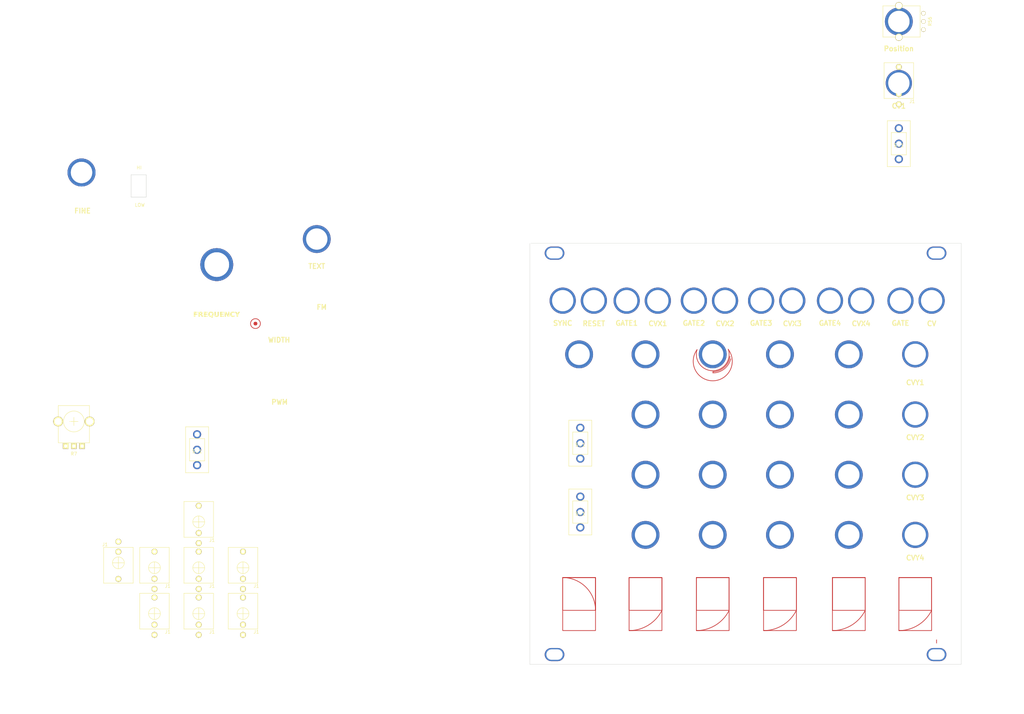
<source format=kicad_pcb>
(kicad_pcb (version 20241229) (generator "pcbnew") (generator_version "9.0")
  (layers (0 "F.Cu" signal) (2 "B.Cu" signal) (13 "F.Paste" user) (15 "B.Paste" user) (5 "F.SilkS" user "F.Silkscreen") (7 "B.SilkS" user "B.Silkscreen") (1 "F.Mask" user) (3 "B.Mask" user) (25 "Edge.Cuts" user))
  (net 0 "")
  (net 1 "-5v")
  (net 2 "Net-(R15-Pad1)")
  (net 3 "5v")
  (net 4 "GNDREF")
  (net 5 "IN1")
  (net 6 "Net-(C1-Pad2)")
  (footprint "Eurocad:jack_pot" (layer "F.Cu") (at 59.5 17.5)
    (property "Reference" "REF**" (hide yes))
    (property "Value" "jack_pot")
    (pad "1" thru_hole circle (at 0 0) (size 8 8) (drill 6.5) (layers "*.Cu" "*.Mask"))
  )
  (footprint "Eurocad:mounting_hole_copy" (layer "F.Cu") (at 7.5 125.5)
    (property "Reference" "REF**" (hide yes))
    (property "Value" "mounting_hole")
    (pad "1" thru_hole oval (at 0 0) (size 6 4) (drill oval 5 3.2) (layers "*.Cu" "*.Mask"))
  )
  (footprint "Eurocad:jack_pot" (layer "F.Cu") (at 97.25 70.616666 -90)
    (property "Reference" "REF**" (hide yes))
    (property "Value" "jack_pot" (hide yes))
    (pad "" thru_hole circle (at 0 0 270) (size 8.5 8.5) (drill 6.5) (layers "*.Cu" "*.Mask"))
  )
  (footprint "Eurocad:jack_pot" (layer "F.Cu") (at 117.5 70.616666)
    (property "Reference" "REF**" (hide yes))
    (property "Value" "jack_pot")
    (pad "1" thru_hole circle (at 0 0) (size 8 8) (drill 6.5) (layers "*.Cu" "*.Mask"))
  )
  (footprint "Eurocad:jack_pot" (layer "F.Cu") (at 55.75 33.883333 -90)
    (property "Reference" "REF**" (hide yes))
    (property "Value" "jack_pot" (hide yes))
    (pad "" thru_hole circle (at 0 0 270) (size 8.5 8.5) (drill 6.5) (layers "*.Cu" "*.Mask"))
  )
  (footprint "Eurocad:jack_pot" (layer "F.Cu") (at 117.5 33.883333)
    (property "Reference" "REF**" (hide yes))
    (property "Value" "jack_pot")
    (pad "1" thru_hole circle (at 0 0) (size 8 8) (drill 6.5) (layers "*.Cu" "*.Mask"))
  )
  (footprint "Eurocad:jack_pot" (layer "F.Cu") (at 55.75 52.25 -90)
    (property "Reference" "REF**" (hide yes))
    (property "Value" "jack_pot" (hide yes))
    (pad "" thru_hole circle (at 0 0 270) (size 8.5 8.5) (drill 6.5) (layers "*.Cu" "*.Mask"))
  )
  (footprint "Eurocad:Alpha9mmPot" (layer "F.Cu") (at 112.5 -67.7 90)
    (property "Reference" "R56" (at 0 9.5 90) (layer "F.SilkS"))
    (property "Value" "potentiometer")
    (fp_line (start 4.75 -4.85) (end 4.75 6.5) (stroke (width 0.15)) (layer "F.SilkS"))
    (fp_line (start -4.75 -4.85) (end 4.75 -4.85) (stroke (width 0.15)) (layer "F.SilkS"))
    (fp_line (start -4.75 -4.85) (end -4.75 6.5) (stroke (width 0.15)) (layer "F.SilkS"))
    (fp_line (start 0 -1.27) (end 0 1.27) (stroke (width 0.15)) (layer "F.SilkS"))
    (fp_line (start -1.27 0) (end 1.27 0) (stroke (width 0.15)) (layer "F.SilkS"))
    (fp_line (start -4.75 6.5) (end 4.75 6.5) (stroke (width 0.15)) (layer "F.SilkS"))
    (fp_circle (center 0 0) (end 3.175 0) (stroke (width 0.15)) (fill no) (layer "F.SilkS"))
    (pad "" thru_hole circle (at -4.8 0 90) (size 2.2 2.2) (drill 1.8) (layers "*.Cu" "*.Mask" "F.SilkS"))
    (pad "" thru_hole circle (at 4.8 0 90) (size 2.2 2.2) (drill 1.8) (layers "*.Cu" "*.Mask" "F.SilkS"))
    (pad "1" thru_hole circle (at -2.5 7.5 90) (size 1.3 1.3) (drill 1) (layers "*.Cu" "*.Mask" "F.SilkS") (net 1 "-5v"))
    (pad "2" thru_hole circle (at 0 7.5 90) (size 1.3 1.3) (drill 1) (layers "*.Cu" "*.Mask" "F.SilkS") (net 2 "Net-(R15-Pad1)"))
    (pad "3" thru_hole circle (at 2.5 7.5 90) (size 1.3 1.3) (drill 1) (layers "*.Cu" "*.Mask" "F.SilkS") (net 3 "5v"))
  )
  (footprint "Eurocad:jack_pot" (layer "F.Cu") (at 97.25 88.983333 -90)
    (property "Reference" "REF**" (hide yes))
    (property "Value" "jack_pot" (hide yes))
    (pad "" thru_hole circle (at 0 0 270) (size 8.5 8.5) (drill 6.5) (layers "*.Cu" "*.Mask"))
  )
  (footprint "Eurocad:jack_pot" (layer "F.Cu") (at 80 17.5)
    (property "Reference" "REF**" (hide yes))
    (property "Value" "jack_pot")
    (pad "1" thru_hole circle (at 0 0) (size 8 8) (drill 6.5) (layers "*.Cu" "*.Mask"))
  )
  (footprint "scannerFilter:NKK-Switch-1pole" (layer "F.Cu") (at 112.5 -30.4)
    (property "Reference" "SW1" (at 0 0.5 0) (layer "F.SilkS"))
    (property "Value" "NKK-Switches")
    (fp_line (start -3.5 -7) (end -3.5 7) (stroke (width 0.15)) (layer "F.SilkS"))
    (fp_line (start -3.5 7) (end 3.5 7) (stroke (width 0.15)) (layer "F.SilkS"))
    (fp_line (start -2.3 -3.4) (end 2.3 -3.4) (stroke (width 0.15)) (layer "F.SilkS"))
    (fp_line (start -2.3 3.4) (end -2.3 -3.4) (stroke (width 0.15)) (layer "F.SilkS"))
    (fp_line (start 2.3 -3.4) (end 2.3 3.4) (stroke (width 0.15)) (layer "F.SilkS"))
    (fp_line (start 2.3 3.4) (end -2.3 3.4) (stroke (width 0.15)) (layer "F.SilkS"))
    (fp_line (start 3.5 -7) (end -3.5 -7) (stroke (width 0.15)) (layer "F.SilkS"))
    (fp_line (start 3.5 7) (end 3.5 -7) (stroke (width 0.15)) (layer "F.SilkS"))
    (pad "1" thru_hole circle (at 0 -4.7) (size 2.5 2.5) (drill 1.6) (layers "*.Cu" "*.Mask"))
    (pad "2" thru_hole circle (at 0 0) (size 2.5 2.5) (drill 1.6) (layers "*.Cu" "*.Mask"))
    (pad "3" thru_hole circle (at 0 4.7) (size 2.5 2.5) (drill 1.6) (layers "*.Cu" "*.Mask"))
  )
  (footprint "Eurocad:mounting_hole_copy" (layer "F.Cu") (at 7.5 3)
    (property "Reference" "REF**" (hide yes))
    (property "Value" "mounting_hole")
    (pad "1" thru_hole oval (at 0 0) (size 6 4) (drill oval 5 3.2) (layers "*.Cu" "*.Mask"))
  )
  (footprint "Eurocad:mounting_hole_copy" (layer "F.Cu") (at 124 125.5)
    (property "Reference" "REF**" (hide yes))
    (property "Value" "mounting_hole")
    (pad "1" thru_hole oval (at 0 0) (size 6 4) (drill oval 5 3.2) (layers "*.Cu" "*.Mask"))
  )
  (footprint "Eurocad:jack_pot" (layer "F.Cu") (at 10 17.5)
    (property "Reference" "REF**" (hide yes))
    (property "Value" "jack_pot" (hide yes))
    (pad "1" thru_hole circle (at 0 0) (size 8 8) (drill 6.5) (layers "*.Cu" "*.Mask"))
  )
  (footprint "Eurocad:pot_hole_7.5mm" (layer "F.Cu") (at -95.5 6.5)
    (property "Reference" "REF**" (hide yes))
    (property "Value" "pot_hole_7.5mm" (hide yes))
    (pad "1" thru_hole circle (at 0 0) (size 10 10) (drill 7.5) (layers "*.Cu" "*.Mask"))
  )
  (footprint "Eurocad:jack_pot" (layer "F.Cu") (at 15 33.883333 -90)
    (property "Reference" "REF**" (hide yes))
    (property "Value" "jack_pot" (hide yes))
    (pad "" thru_hole circle (at 0 0 270) (size 8.5 8.5) (drill 6.5) (layers "*.Cu" "*.Mask"))
  )
  (footprint "Eurocad:PJ301M-12" (layer "F.Cu") (at -114.5 113)
    (property "Reference" "J1" (at 4.064 5.588 0) (layer "F.SilkS"))
    (property "Value" "PJ301M-12")
    (fp_line (start -4.5 -6.2) (end -4.5 4.7) (stroke (width 0.15)) (layer "F.SilkS"))
    (fp_line (start -4.5 -6.2) (end 4.5 -6.2) (stroke (width 0.15)) (layer "F.SilkS"))
    (fp_line (start -4.5 4.7) (end 4.5 4.7) (stroke (width 0.15)) (layer "F.SilkS"))
    (fp_line (start -1.8 0) (end 1.8 0) (stroke (width 0.15)) (layer "F.SilkS"))
    (fp_line (start 0 -1.8) (end 0 1.8) (stroke (width 0.15)) (layer "F.SilkS"))
    (fp_line (start 4.5 -6.2) (end 4.5 4.7) (stroke (width 0.15)) (layer "F.SilkS"))
    (fp_circle (center 0 0) (end 1.8 0) (stroke (width 0.15)) (fill no) (layer "F.SilkS"))
    (pad "1" thru_hole circle (at 0 6.48) (size 1.8 1.8) (drill 1.02) (layers "*.Cu" "*.Mask" "F.SilkS"))
    (pad "2" thru_hole circle (at 0 3.38) (size 1.8 1.8) (drill 1.02) (layers "*.Cu" "*.Mask" "F.SilkS"))
    (pad "3" thru_hole circle (at 0 -4.92) (size 1.8 1.8) (drill 1.02) (layers "*.Cu" "*.Mask" "F.SilkS"))
  )
  (footprint "Eurocad:pot_hole_7.5mm" (layer "F.Cu") (at -95.5 6.5)
    (property "Reference" "REF**" (hide yes))
    (property "Value" "pot_hole_7.5mm" (hide yes))
    (pad "1" thru_hole circle (at 0 0) (size 10 10) (drill 7.5) (layers "*.Cu" "*.Mask"))
  )
  (footprint "Eurocad:jack_pot" (layer "F.Cu") (at 39 17.5)
    (property "Reference" "REF**" (hide yes))
    (property "Value" "jack_pot")
    (pad "1" thru_hole circle (at 0 0) (size 8 8) (drill 6.5) (layers "*.Cu" "*.Mask"))
  )
  (footprint "Eurocad:jack_pot" (layer "F.Cu") (at 91.5 17.5)
    (property "Reference" "REF**" (hide yes))
    (property "Value" "jack_pot" (hide yes))
    (pad "1" thru_hole circle (at 0 0) (size 8 8) (drill 6.5) (layers "*.Cu" "*.Mask"))
  )
  (footprint "scannerFilter:NKK-Switch-1pole" (layer "F.Cu") (at 15.3625 61)
    (property "Reference" "SW1" (at 0 0.5 0) (layer "F.SilkS"))
    (property "Value" "NKK-Switches")
    (fp_line (start -3.5 -7) (end -3.5 7) (stroke (width 0.15)) (layer "F.SilkS"))
    (fp_line (start -3.5 7) (end 3.5 7) (stroke (width 0.15)) (layer "F.SilkS"))
    (fp_line (start -2.3 -3.4) (end 2.3 -3.4) (stroke (width 0.15)) (layer "F.SilkS"))
    (fp_line (start -2.3 3.4) (end -2.3 -3.4) (stroke (width 0.15)) (layer "F.SilkS"))
    (fp_line (start 2.3 -3.4) (end 2.3 3.4) (stroke (width 0.15)) (layer "F.SilkS"))
    (fp_line (start 2.3 3.4) (end -2.3 3.4) (stroke (width 0.15)) (layer "F.SilkS"))
    (fp_line (start 3.5 -7) (end -3.5 -7) (stroke (width 0.15)) (layer "F.SilkS"))
    (fp_line (start 3.5 7) (end 3.5 -7) (stroke (width 0.15)) (layer "F.SilkS"))
    (pad "1" thru_hole circle (at 0 -4.7) (size 2.5 2.5) (drill 1.6) (layers "*.Cu" "*.Mask"))
    (pad "2" thru_hole circle (at 0 0) (size 2.5 2.5) (drill 1.6) (layers "*.Cu" "*.Mask"))
    (pad "3" thru_hole circle (at 0 4.7) (size 2.5 2.5) (drill 1.6) (layers "*.Cu" "*.Mask"))
  )
  (footprint "scannerFilter:NKK-Switch-1pole" (layer "F.Cu") (at -101.5 63)
    (property "Reference" "SW1" (at 0 0.5 0) (layer "F.SilkS"))
    (property "Value" "NKK-Switches")
    (fp_line (start -3.5 -7) (end -3.5 7) (stroke (width 0.15)) (layer "F.SilkS"))
    (fp_line (start -3.5 7) (end 3.5 7) (stroke (width 0.15)) (layer "F.SilkS"))
    (fp_line (start -2.3 -3.4) (end 2.3 -3.4) (stroke (width 0.15)) (layer "F.SilkS"))
    (fp_line (start -2.3 3.4) (end -2.3 -3.4) (stroke (width 0.15)) (layer "F.SilkS"))
    (fp_line (start 2.3 -3.4) (end 2.3 3.4) (stroke (width 0.15)) (layer "F.SilkS"))
    (fp_line (start 2.3 3.4) (end -2.3 3.4) (stroke (width 0.15)) (layer "F.SilkS"))
    (fp_line (start 3.5 -7) (end -3.5 -7) (stroke (width 0.15)) (layer "F.SilkS"))
    (fp_line (start 3.5 7) (end 3.5 -7) (stroke (width 0.15)) (layer "F.SilkS"))
    (pad "1" thru_hole circle (at 0 -4.7) (size 2.5 2.5) (drill 1.6) (layers "*.Cu" "*.Mask"))
    (pad "2" thru_hole circle (at 0 0) (size 2.5 2.5) (drill 1.6) (layers "*.Cu" "*.Mask"))
    (pad "3" thru_hole circle (at 0 4.7) (size 2.5 2.5) (drill 1.6) (layers "*.Cu" "*.Mask"))
  )
  (footprint "Eurocad:PJ301M-12" (layer "F.Cu") (at -101 99)
    (property "Reference" "J1" (at 4.064 5.588 0) (layer "F.SilkS"))
    (property "Value" "PJ301M-12")
    (fp_line (start -4.5 -6.2) (end -4.5 4.7) (stroke (width 0.15)) (layer "F.SilkS"))
    (fp_line (start -4.5 -6.2) (end 4.5 -6.2) (stroke (width 0.15)) (layer "F.SilkS"))
    (fp_line (start -4.5 4.7) (end 4.5 4.7) (stroke (width 0.15)) (layer "F.SilkS"))
    (fp_line (start -1.8 0) (end 1.8 0) (stroke (width 0.15)) (layer "F.SilkS"))
    (fp_line (start 0 -1.8) (end 0 1.8) (stroke (width 0.15)) (layer "F.SilkS"))
    (fp_line (start 4.5 -6.2) (end 4.5 4.7) (stroke (width 0.15)) (layer "F.SilkS"))
    (fp_circle (center 0 0) (end 1.8 0) (stroke (width 0.15)) (fill no) (layer "F.SilkS"))
    (pad "1" thru_hole circle (at 0 6.48) (size 1.8 1.8) (drill 1.02) (layers "*.Cu" "*.Mask" "F.SilkS"))
    (pad "2" thru_hole circle (at 0 3.38) (size 1.8 1.8) (drill 1.02) (layers "*.Cu" "*.Mask" "F.SilkS"))
    (pad "3" thru_hole circle (at 0 -4.92) (size 1.8 1.8) (drill 1.02) (layers "*.Cu" "*.Mask" "F.SilkS"))
  )
  (footprint "Eurocad:PJ301M-12" (layer "F.Cu") (at -101 85)
    (property "Reference" "J1" (at 4.064 5.588 0) (layer "F.SilkS"))
    (property "Value" "PJ301M-12")
    (fp_line (start -4.5 -6.2) (end -4.5 4.7) (stroke (width 0.15)) (layer "F.SilkS"))
    (fp_line (start -4.5 -6.2) (end 4.5 -6.2) (stroke (width 0.15)) (layer "F.SilkS"))
    (fp_line (start -4.5 4.7) (end 4.5 4.7) (stroke (width 0.15)) (layer "F.SilkS"))
    (fp_line (start -1.8 0) (end 1.8 0) (stroke (width 0.15)) (layer "F.SilkS"))
    (fp_line (start 0 -1.8) (end 0 1.8) (stroke (width 0.15)) (layer "F.SilkS"))
    (fp_line (start 4.5 -6.2) (end 4.5 4.7) (stroke (width 0.15)) (layer "F.SilkS"))
    (fp_circle (center 0 0) (end 1.8 0) (stroke (width 0.15)) (fill no) (layer "F.SilkS"))
    (pad "1" thru_hole circle (at 0 6.48) (size 1.8 1.8) (drill 1.02) (layers "*.Cu" "*.Mask" "F.SilkS"))
    (pad "2" thru_hole circle (at 0 3.38) (size 1.8 1.8) (drill 1.02) (layers "*.Cu" "*.Mask" "F.SilkS"))
    (pad "3" thru_hole circle (at 0 -4.92) (size 1.8 1.8) (drill 1.02) (layers "*.Cu" "*.Mask" "F.SilkS"))
  )
  (footprint "Eurocad:mounting_hole_copy" (layer "F.Cu") (at 124 3)
    (property "Reference" "REF**" (hide yes))
    (property "Value" "mounting_hole")
    (pad "1" thru_hole oval (at 0 0) (size 6 4) (drill oval 5 3.2) (layers "*.Cu" "*.Mask"))
  )
  (footprint "Eurocad:jack_pot" (layer "F.Cu") (at -136.7375 -21.6125)
    (property "Reference" "REF**" (hide yes))
    (property "Value" "jack_pot" (hide yes))
    (pad "" thru_hole circle (at 0 0) (size 8.5 8.5) (drill 6.5) (layers "*.Cu" "*.Mask"))
  )
  (footprint "Eurocad:PJ301M-12" (layer "F.Cu") (at -87.5 113)
    (property "Reference" "J1" (at 4.064 5.588 0) (layer "F.SilkS"))
    (property "Value" "PJ301M-12")
    (fp_line (start -4.5 -6.2) (end -4.5 4.7) (stroke (width 0.15)) (layer "F.SilkS"))
    (fp_line (start -4.5 -6.2) (end 4.5 -6.2) (stroke (width 0.15)) (layer "F.SilkS"))
    (fp_line (start -4.5 4.7) (end 4.5 4.7) (stroke (width 0.15)) (layer "F.SilkS"))
    (fp_line (start -1.8 0) (end 1.8 0) (stroke (width 0.15)) (layer "F.SilkS"))
    (fp_line (start 0 -1.8) (end 0 1.8) (stroke (width 0.15)) (layer "F.SilkS"))
    (fp_line (start 4.5 -6.2) (end 4.5 4.7) (stroke (width 0.15)) (layer "F.SilkS"))
    (fp_circle (center 0 0) (end 1.8 0) (stroke (width 0.15)) (fill no) (layer "F.SilkS"))
    (pad "1" thru_hole circle (at 0 6.48) (size 1.8 1.8) (drill 1.02) (layers "*.Cu" "*.Mask" "F.SilkS"))
    (pad "2" thru_hole circle (at 0 3.38) (size 1.8 1.8) (drill 1.02) (layers "*.Cu" "*.Mask" "F.SilkS"))
    (pad "3" thru_hole circle (at 0 -4.92) (size 1.8 1.8) (drill 1.02) (layers "*.Cu" "*.Mask" "F.SilkS"))
  )
  (footprint "Eurocad:PJ301M-12" (layer "F.Cu") (at -125.5 97.5 180)
    (property "Reference" "J1" (at 4.064 5.588 0) (layer "F.SilkS"))
    (property "Value" "PJ301M-12")
    (fp_line (start 4.5 -6.2) (end 4.5 4.7) (stroke (width 0.15)) (layer "F.SilkS"))
    (fp_line (start 0 -1.8) (end 0 1.8) (stroke (width 0.15)) (layer "F.SilkS"))
    (fp_line (start -1.8 0) (end 1.8 0) (stroke (width 0.15)) (layer "F.SilkS"))
    (fp_line (start -4.5 4.7) (end 4.5 4.7) (stroke (width 0.15)) (layer "F.SilkS"))
    (fp_line (start -4.5 -6.2) (end 4.5 -6.2) (stroke (width 0.15)) (layer "F.SilkS"))
    (fp_line (start -4.5 -6.2) (end -4.5 4.7) (stroke (width 0.15)) (layer "F.SilkS"))
    (fp_circle (center 0 0) (end 1.8 0) (stroke (width 0.15)) (fill no) (layer "F.SilkS"))
    (pad "1" thru_hole circle (at 0 6.48 180) (size 1.8 1.8) (drill 1.02) (layers "*.Cu" "*.Mask" "F.SilkS"))
    (pad "2" thru_hole circle (at 0 3.38 180) (size 1.8 1.8) (drill 1.02) (layers "*.Cu" "*.Mask" "F.SilkS"))
    (pad "3" thru_hole circle (at 0 -4.92 180) (size 1.8 1.8) (drill 1.02) (layers "*.Cu" "*.Mask" "F.SilkS"))
  )
  (footprint "Eurocad:PJ301M-12" (layer "F.Cu") (at 112.5 -48.9)
    (property "Reference" "J1" (at 4.064 5.588 0) (layer "F.SilkS"))
    (property "Value" "PJ301M-12")
    (fp_line (start -4.5 -6.2) (end -4.5 4.7) (stroke (width 0.15)) (layer "F.SilkS"))
    (fp_line (start -4.5 -6.2) (end 4.5 -6.2) (stroke (width 0.15)) (layer "F.SilkS"))
    (fp_line (start -4.5 4.7) (end 4.5 4.7) (stroke (width 0.15)) (layer "F.SilkS"))
    (fp_line (start -1.8 0) (end 1.8 0) (stroke (width 0.15)) (layer "F.SilkS"))
    (fp_line (start 0 -1.8) (end 0 1.8) (stroke (width 0.15)) (layer "F.SilkS"))
    (fp_line (start 4.5 -6.2) (end 4.5 4.7) (stroke (width 0.15)) (layer "F.SilkS"))
    (fp_circle (center 0 0) (end 1.8 0) (stroke (width 0.15)) (fill no) (layer "F.SilkS"))
    (pad "1" thru_hole circle (at 0 6.48) (size 1.8 1.8) (drill 1.02) (layers "*.Cu" "*.Mask" "F.SilkS"))
    (pad "2" thru_hole circle (at 0 3.38) (size 1.8 1.8) (drill 1.02) (layers "*.Cu" "*.Mask" "F.SilkS"))
    (pad "3" thru_hole circle (at 0 -4.92) (size 1.8 1.8) (drill 1.02) (layers "*.Cu" "*.Mask" "F.SilkS"))
  )
  (footprint "scannerFilter:NKK_SWITCH_CUTOUT" (layer "F.Cu") (at -119.325 -17.5)
    (property "Reference" "REF**" (hide yes))
    (property "Value" "NKK_SWITCH_CUTOUT" (hide yes))
    (fp_line (start -2.3 -3.4) (end -2.3 3.4) (stroke (width 0.12)) (layer "Edge.Cuts"))
    (fp_line (start -2.3 3.4) (end 2.3 3.4) (stroke (width 0.12)) (layer "Edge.Cuts"))
    (fp_line (start 2.3 -3.4) (end -2.3 -3.4) (stroke (width 0.12)) (layer "Edge.Cuts"))
    (fp_line (start 2.3 3.4) (end 2.3 -3.4) (stroke (width 0.12)) (layer "Edge.Cuts"))
  )
  (footprint "Eurocad:jack_pot" (layer "F.Cu") (at 76.25 70.616666 -90)
    (property "Reference" "REF**" (hide yes))
    (property "Value" "jack_pot" (hide yes))
    (pad "" thru_hole circle (at 0 0 270) (size 8.5 8.5) (drill 6.5) (layers "*.Cu" "*.Mask"))
  )
  (footprint "Eurocad:jack_pot" (layer "F.Cu") (at 112.5 -48.9)
    (property "Reference" "REF**" (hide yes))
    (property "Value" "jack_pot")
    (pad "1" thru_hole circle (at 0 0) (size 8 8) (drill 6.5) (layers "*.Cu" "*.Mask"))
  )
  (footprint "Eurocad:jack_pot" (layer "F.Cu") (at 117.5 52.25)
    (property "Reference" "REF**" (hide yes))
    (property "Value" "jack_pot")
    (pad "1" thru_hole circle (at 0 0) (size 8 8) (drill 6.5) (layers "*.Cu" "*.Mask"))
  )
  (footprint "Eurocad:jack_pot" (layer "F.Cu") (at -136.7375 -21.6125)
    (property "Reference" "REF**" (hide yes))
    (property "Value" "jack_pot" (hide yes))
    (pad "" thru_hole circle (at 0 0) (size 8.5 8.5) (drill 6.5) (layers "*.Cu" "*.Mask"))
  )
  (footprint "Eurocad:jack_pot" (layer "F.Cu") (at 76.25 88.983333 -90)
    (property "Reference" "REF**" (hide yes))
    (property "Value" "jack_pot" (hide yes))
    (pad "" thru_hole circle (at 0 0 270) (size 8.5 8.5) (drill 6.5) (layers "*.Cu" "*.Mask"))
  )
  (footprint "Eurocad:jack_pot" (layer "F.Cu") (at 76.25 52.25 -90)
    (property "Reference" "REF**" (hide yes))
    (property "Value" "jack_pot" (hide yes))
    (pad "" thru_hole circle (at 0 0 270) (size 8.5 8.5) (drill 6.5) (layers "*.Cu" "*.Mask"))
  )
  (footprint "Eurocad:jack_pot" (layer "F.Cu") (at 35.25 70.616666 -90)
    (property "Reference" "REF**" (hide yes))
    (property "Value" "jack_pot" (hide yes))
    (pad "" thru_hole circle (at 0 0 270) (size 8.5 8.5) (drill 6.5) (layers "*.Cu" "*.Mask"))
  )
  (footprint "Eurocad:jack_pot" (layer "F.Cu") (at 35.25 33.883333 -90)
    (property "Reference" "REF**" (hide yes))
    (property "Value" "jack_pot" (hide yes))
    (pad "" thru_hole circle (at 0 0 270) (size 8.5 8.5) (drill 6.5) (layers "*.Cu" "*.Mask"))
  )
  (footprint "Eurocad:Plastic_Shaft_Pot_9mm" (layer "F.Cu") (at -139.07 54.3625)
    (property "Reference" "R7" (at 0 9.883685 0) (layer "F.SilkS"))
    (property "Value" "potentiometer_plastic_shaft")
    (fp_line (start -4.75 -4.85) (end -4.75 6.5) (stroke (width 0.15)) (layer "F.SilkS"))
    (fp_line (start -4.75 -4.85) (end 4.75 -4.85) (stroke (width 0.15)) (layer "F.SilkS"))
    (fp_line (start -4.75 6.5) (end 4.75 6.5) (stroke (width 0.15)) (layer "F.SilkS"))
    (fp_line (start -1.27 0) (end 1.27 0) (stroke (width 0.15)) (layer "F.SilkS"))
    (fp_line (start 0 -1.27) (end 0 1.27) (stroke (width 0.15)) (layer "F.SilkS"))
    (fp_line (start 4.75 -4.85) (end 4.75 6.5) (stroke (width 0.15)) (layer "F.SilkS"))
    (fp_circle (center 0 0) (end 3.175 0) (stroke (width 0.15)) (fill no) (layer "F.SilkS"))
    (pad "" thru_hole circle (at -4.8 0) (size 3 3) (drill 2.2) (layers "*.Cu" "*.Mask" "F.SilkS"))
    (pad "" thru_hole circle (at 4.8 0) (size 3 3) (drill 2.2) (layers "*.Cu" "*.Mask" "F.SilkS"))
    (pad "1" thru_hole rect (at -2.5 7.5) (size 1.7 1.7) (drill 1) (layers "*.Cu" "*.Mask" "F.SilkS") (net 4 "GNDREF"))
    (pad "2" thru_hole rect (at 0 7.5) (size 1.7 1.7) (drill 1) (layers "*.Cu" "*.Mask" "F.SilkS") (net 5 "IN1"))
    (pad "3" thru_hole rect (at 2.5 7.5) (size 1.7 1.7) (drill 1) (layers "*.Cu" "*.Mask" "F.SilkS") (net 6 "Net-(C1-Pad2)"))
  )
  (footprint "Eurocad:jack_pot" (layer "F.Cu") (at 97.25 33.883333 -90)
    (property "Reference" "REF**" (hide yes))
    (property "Value" "jack_pot" (hide yes))
    (pad "" thru_hole circle (at 0 0 270) (size 8.5 8.5) (drill 6.5) (layers "*.Cu" "*.Mask"))
  )
  (footprint "Eurocad:jack_pot" (layer "F.Cu") (at 122.5 17.5)
    (property "Reference" "REF**" (hide yes))
    (property "Value" "jack_pot")
    (pad "1" thru_hole circle (at 0 0) (size 8 8) (drill 6.5) (layers "*.Cu" "*.Mask"))
  )
  (footprint "Eurocad:jack_pot" (layer "F.Cu") (at 55.75 88.983333 -90)
    (property "Reference" "REF**" (hide yes))
    (property "Value" "jack_pot" (hide yes))
    (pad "" thru_hole circle (at 0 0 270) (size 8.5 8.5) (drill 6.5) (layers "*.Cu" "*.Mask"))
  )
  (footprint "Eurocad:jack_pot" (layer "F.Cu") (at 97.25 52.25 -90)
    (property "Reference" "REF**" (hide yes))
    (property "Value" "jack_pot" (hide yes))
    (pad "" thru_hole circle (at 0 0 270) (size 8.5 8.5) (drill 6.5) (layers "*.Cu" "*.Mask"))
  )
  (footprint "Eurocad:PJ301M-12" (layer "F.Cu") (at -87.5 99)
    (property "Reference" "J1" (at 4.064 5.588 0) (layer "F.SilkS"))
    (property "Value" "PJ301M-12")
    (fp_line (start -4.5 -6.2) (end -4.5 4.7) (stroke (width 0.15)) (layer "F.SilkS"))
    (fp_line (start -4.5 -6.2) (end 4.5 -6.2) (stroke (width 0.15)) (layer "F.SilkS"))
    (fp_line (start -4.5 4.7) (end 4.5 4.7) (stroke (width 0.15)) (layer "F.SilkS"))
    (fp_line (start -1.8 0) (end 1.8 0) (stroke (width 0.15)) (layer "F.SilkS"))
    (fp_line (start 0 -1.8) (end 0 1.8) (stroke (width 0.15)) (layer "F.SilkS"))
    (fp_line (start 4.5 -6.2) (end 4.5 4.7) (stroke (width 0.15)) (layer "F.SilkS"))
    (fp_circle (center 0 0) (end 1.8 0) (stroke (width 0.15)) (fill no) (layer "F.SilkS"))
    (pad "1" thru_hole circle (at 0 6.48) (size 1.8 1.8) (drill 1.02) (layers "*.Cu" "*.Mask" "F.SilkS"))
    (pad "2" thru_hole circle (at 0 3.38) (size 1.8 1.8) (drill 1.02) (layers "*.Cu" "*.Mask" "F.SilkS"))
    (pad "3" thru_hole circle (at 0 -4.92) (size 1.8 1.8) (drill 1.02) (layers "*.Cu" "*.Mask" "F.SilkS"))
  )
  (footprint "Eurocad:jack_pot" (layer "F.Cu") (at 101 17.5)
    (property "Reference" "REF**" (hide yes))
    (property "Value" "jack_pot")
    (pad "1" thru_hole circle (at 0 0) (size 8 8) (drill 6.5) (layers "*.Cu" "*.Mask"))
  )
  (footprint "Eurocad:jack_pot" (layer "F.Cu") (at 55.75 70.616666 -90)
    (property "Reference" "REF**" (hide yes))
    (property "Value" "jack_pot" (hide yes))
    (pad "" thru_hole circle (at 0 0 270) (size 8.5 8.5) (drill 6.5) (layers "*.Cu" "*.Mask"))
  )
  (footprint "Eurocad:jack_pot" (layer "F.Cu") (at 19.5 17.5)
    (property "Reference" "REF**" (hide yes))
    (property "Value" "jack_pot")
    (pad "1" thru_hole circle (at 0 0) (size 8 8) (drill 6.5) (layers "*.Cu" "*.Mask"))
  )
  (footprint "Eurocad:jack_pot" (layer "F.Cu") (at 113 17.5)
    (property "Reference" "REF**" (hide yes))
    (property "Value" "jack_pot" (hide yes))
    (pad "1" thru_hole circle (at 0 0) (size 8 8) (drill 6.5) (layers "*.Cu" "*.Mask"))
  )
  (footprint "Eurocad:jack_pot" (layer "F.Cu") (at 35.25 88.983333 -90)
    (property "Reference" "REF**" (hide yes))
    (property "Value" "jack_pot" (hide yes))
    (pad "" thru_hole circle (at 0 0 270) (size 8.5 8.5) (drill 6.5) (layers "*.Cu" "*.Mask"))
  )
  (footprint "Eurocad:jack_pot" (layer "F.Cu") (at 117.5 88.983333)
    (property "Reference" "REF**" (hide yes))
    (property "Value" "jack_pot")
    (pad "1" thru_hole circle (at 0 0) (size 8 8) (drill 6.5) (layers "*.Cu" "*.Mask"))
  )
  (footprint "Eurocad:jack_pot" (layer "F.Cu") (at 29.5 17.5)
    (property "Reference" "REF**" (hide yes))
    (property "Value" "jack_pot" (hide yes))
    (pad "1" thru_hole circle (at 0 0) (size 8 8) (drill 6.5) (layers "*.Cu" "*.Mask"))
  )
  (footprint "Eurocad:jack_pot" (layer "F.Cu") (at 76.25 33.883333 -90)
    (property "Reference" "REF**" (hide yes))
    (property "Value" "jack_pot" (hide yes))
    (pad "" thru_hole circle (at 0 0 270) (size 8.5 8.5) (drill 6.5) (layers "*.Cu" "*.Mask"))
  )
  (footprint "Eurocad:jack_pot" (layer "F.Cu") (at -65 -1.3)
    (property "Reference" "REF**" (hide yes))
    (property "Value" "jack_pot" (hide yes))
    (pad "" thru_hole circle (at 0 0) (size 8.5 8.5) (drill 6.5) (layers "*.Cu" "*.Mask"))
  )
  (footprint "Eurocad:PJ301M-12" (layer "F.Cu") (at -114.5 99)
    (property "Reference" "J1" (at 4.064 5.588 0) (layer "F.SilkS"))
    (property "Value" "PJ301M-12")
    (fp_line (start -4.5 -6.2) (end -4.5 4.7) (stroke (width 0.15)) (layer "F.SilkS"))
    (fp_line (start -4.5 -6.2) (end 4.5 -6.2) (stroke (width 0.15)) (layer "F.SilkS"))
    (fp_line (start -4.5 4.7) (end 4.5 4.7) (stroke (width 0.15)) (layer "F.SilkS"))
    (fp_line (start -1.8 0) (end 1.8 0) (stroke (width 0.15)) (layer "F.SilkS"))
    (fp_line (start 0 -1.8) (end 0 1.8) (stroke (width 0.15)) (layer "F.SilkS"))
    (fp_line (start 4.5 -6.2) (end 4.5 4.7) (stroke (width 0.15)) (layer "F.SilkS"))
    (fp_circle (center 0 0) (end 1.8 0) (stroke (width 0.15)) (fill no) (layer "F.SilkS"))
    (pad "1" thru_hole circle (at 0 6.48) (size 1.8 1.8) (drill 1.02) (layers "*.Cu" "*.Mask" "F.SilkS"))
    (pad "2" thru_hole circle (at 0 3.38) (size 1.8 1.8) (drill 1.02) (layers "*.Cu" "*.Mask" "F.SilkS"))
    (pad "3" thru_hole circle (at 0 -4.92) (size 1.8 1.8) (drill 1.02) (layers "*.Cu" "*.Mask" "F.SilkS"))
  )
  (footprint "Eurocad:jack_pot" (layer "F.Cu") (at 70.5 17.5)
    (property "Reference" "REF**" (hide yes))
    (property "Value" "jack_pot" (hide yes))
    (pad "1" thru_hole circle (at 0 0) (size 8 8) (drill 6.5) (layers "*.Cu" "*.Mask"))
  )
  (footprint "scannerFilter:NKK-Switch-1pole" (layer "F.Cu") (at 15.3625 82)
    (property "Reference" "SW1" (at 0 0.5 0) (layer "F.SilkS"))
    (property "Value" "NKK-Switches")
    (fp_line (start -3.5 -7) (end -3.5 7) (stroke (width 0.15)) (layer "F.SilkS"))
    (fp_line (start -3.5 7) (end 3.5 7) (stroke (width 0.15)) (layer "F.SilkS"))
    (fp_line (start -2.3 -3.4) (end 2.3 -3.4) (stroke (width 0.15)) (layer "F.SilkS"))
    (fp_line (start -2.3 3.4) (end -2.3 -3.4) (stroke (width 0.15)) (layer "F.SilkS"))
    (fp_line (start 2.3 -3.4) (end 2.3 3.4) (stroke (width 0.15)) (layer "F.SilkS"))
    (fp_line (start 2.3 3.4) (end -2.3 3.4) (stroke (width 0.15)) (layer "F.SilkS"))
    (fp_line (start 3.5 -7) (end -3.5 -7) (stroke (width 0.15)) (layer "F.SilkS"))
    (fp_line (start 3.5 7) (end 3.5 -7) (stroke (width 0.15)) (layer "F.SilkS"))
    (pad "1" thru_hole circle (at 0 -4.7) (size 2.5 2.5) (drill 1.6) (layers "*.Cu" "*.Mask"))
    (pad "2" thru_hole circle (at 0 0) (size 2.5 2.5) (drill 1.6) (layers "*.Cu" "*.Mask"))
    (pad "3" thru_hole circle (at 0 4.7) (size 2.5 2.5) (drill 1.6) (layers "*.Cu" "*.Mask"))
  )
  (footprint "Eurocad:jack_pot" (layer "F.Cu") (at 50 17.5)
    (property "Reference" "REF**" (hide yes))
    (property "Value" "jack_pot" (hide yes))
    (pad "1" thru_hole circle (at 0 0) (size 8 8) (drill 6.5) (layers "*.Cu" "*.Mask"))
  )
  (footprint "Eurocad:PJ301M-12" (layer "F.Cu") (at -101 113)
    (property "Reference" "J1" (at 4.064 5.588 0) (layer "F.SilkS"))
    (property "Value" "PJ301M-12")
    (fp_line (start -4.5 -6.2) (end -4.5 4.7) (stroke (width 0.15)) (layer "F.SilkS"))
    (fp_line (start -4.5 -6.2) (end 4.5 -6.2) (stroke (width 0.15)) (layer "F.SilkS"))
    (fp_line (start -4.5 4.7) (end 4.5 4.7) (stroke (width 0.15)) (layer "F.SilkS"))
    (fp_line (start -1.8 0) (end 1.8 0) (stroke (width 0.15)) (layer "F.SilkS"))
    (fp_line (start 0 -1.8) (end 0 1.8) (stroke (width 0.15)) (layer "F.SilkS"))
    (fp_line (start 4.5 -6.2) (end 4.5 4.7) (stroke (width 0.15)) (layer "F.SilkS"))
    (fp_circle (center 0 0) (end 1.8 0) (stroke (width 0.15)) (fill no) (layer "F.SilkS"))
    (pad "1" thru_hole circle (at 0 6.48) (size 1.8 1.8) (drill 1.02) (layers "*.Cu" "*.Mask" "F.SilkS"))
    (pad "2" thru_hole circle (at 0 3.38) (size 1.8 1.8) (drill 1.02) (layers "*.Cu" "*.Mask" "F.SilkS"))
    (pad "3" thru_hole circle (at 0 -4.92) (size 1.8 1.8) (drill 1.02) (layers "*.Cu" "*.Mask" "F.SilkS"))
  )
  (footprint "Eurocad:jack_pot" (layer "F.Cu") (at 35.25 52.25 -90)
    (property "Reference" "REF**" (hide yes))
    (property "Value" "jack_pot" (hide yes))
    (pad "" thru_hole circle (at 0 0 270) (size 8.5 8.5) (drill 6.5) (layers "*.Cu" "*.Mask"))
  )
  (footprint "Eurocad:jack_pot" (layer "F.Cu") (at 112.5 -67.7)
    (property "Reference" "REF**" (hide yes))
    (property "Value" "jack_pot" (hide yes))
    (pad "" thru_hole circle (at 0 0) (size 8.5 8.5) (drill 6.5) (layers "*.Cu" "*.Mask"))
  )
  (gr_rect (start 92.25 102) (end 102.25 112) (stroke (width 0.2)) (fill no) (layer "F.Cu"))
  (gr_rect (start 30.25 102) (end 40.25 112) (stroke (width 0.2)) (fill no) (layer "F.Cu"))
  (gr_rect (start 10 102) (end 20 112) (stroke (width 0.2)) (fill no) (layer "F.Cu"))
  (gr_arc (start 60.454406 32.352096) (mid 55.823064 41.952588) (end 50.957474 32.468665) (stroke (width 0.2)) (layer "F.Cu"))
  (gr_rect (start 50.75 102) (end 60.75 112) (stroke (width 0.2)) (fill no) (layer "F.Cu"))
  (gr_line (start 55.819066 39.168971) (end 55.82345 39.550117) (stroke (width 0.2)) (layer "F.Cu"))
  (gr_arc (start 10 102) (mid 17.071068 104.928932) (end 20 112) (stroke (width 0.2)) (layer "F.Cu"))
  (gr_rect (start 10 102) (end 20 118.17) (stroke (width 0.2)) (fill no) (layer "F.Cu"))
  (gr_arc (start 81.25 112) (mid 77.127853 116.510565) (end 71.25 118.18034) (stroke (width 0.2)) (layer "F.Cu"))
  (gr_arc (start 60.501593 32.336738) (mid 55.819066 38.879814) (end 50.957474 32.468665) (stroke (width 0.2)) (layer "F.Cu"))
  (gr_rect (start 50.75 102) (end 60.75 118.17) (stroke (width 0.2)) (fill no) (layer "F.Cu"))
  (gr_circle (center -83.7 24.5) (end -82.2 24.5) (stroke (width 0.2)) (fill no) (layer "F.Cu"))
  (gr_rect (start 112.5 102) (end 122.5 118.17) (stroke (width 0.2)) (fill no) (layer "F.Cu"))
  (gr_circle (center -83.7 24.5) (end -83.2 24.5) (stroke (width 0.15)) (fill yes) (layer "F.Cu"))
  (gr_rect (start 71.25 102) (end 81.25 118.17) (stroke (width 0.2)) (fill no) (layer "F.Cu"))
  (gr_arc (start 60.75 112) (mid 56.627853 116.510565) (end 50.75 118.18034) (stroke (width 0.2)) (layer "F.Cu"))
  (gr_rect (start 112.5 102) (end 122.5 112) (stroke (width 0.2)) (fill no) (layer "F.Cu"))
  (gr_line (start 124 121) (end 124 122) (stroke (width 0.2)) (layer "F.Cu"))
  (gr_rect (start 92.25 102) (end 102.25 118.17) (stroke (width 0.2)) (fill no) (layer "F.Cu"))
  (gr_rect (start 30.25 102) (end 40.25 118.17) (stroke (width 0.2)) (fill no) (layer "F.Cu"))
  (gr_arc (start 61 34.5) (mid 59.290262 37.808804) (end 55.823062 39.168921) (stroke (width 0.2)) (layer "F.Cu"))
  (gr_arc (start 102.25 112) (mid 98.127853 116.510565) (end 92.25 118.18034) (stroke (width 0.2)) (layer "F.Cu"))
  (gr_rect (start 71.25 102) (end 81.25 112) (stroke (width 0.2)) (fill no) (layer "F.Cu"))
  (gr_arc (start 122.5 112) (mid 118.377853 116.510565) (end 112.5 118.18034) (stroke (width 0.2)) (layer "F.Cu"))
  (gr_arc (start 61.25 35.250001) (mid 59.269589 38.325211) (end 55.823062 39.550117) (stroke (width 0.2)) (layer "F.Cu"))
  (gr_arc (start 40.25 112) (mid 36.127853 116.510565) (end 30.25 118.18034) (stroke (width 0.2)) (layer "F.Cu"))
  (gr_line (start 131.5 0) (end 131.5 128.5) (stroke (width 0.1)) (layer "Edge.Cuts"))
  (gr_line (start 0 128.5) (end 131.5 128.5) (stroke (width 0.1)) (layer "Edge.Cuts"))
  (gr_line (start 131.5 0) (end 0.32 0) (stroke (width 0.1)) (layer "Edge.Cuts"))
  (gr_line (start 0 0) (end 0 128.5) (stroke (width 0.1)) (layer "Edge.Cuts"))
  (gr_text "CV1" (at 112.5 -41.9 0) (layer "F.SilkS") (effects (font (size 1.5 1.5) (thickness 0.3) (bold yes))))
  (gr_text "CVY2" (at 117.5 59.25 0) (layer "F.SilkS") (effects (font (size 1.5 1.5) (thickness 0.3) (bold yes))))
  (gr_text "CVX4" (at 101 24.5 0) (layer "F.SilkS") (effects (font (size 1.5 1.5) (thickness 0.3) (bold yes))))
  (gr_text "GATE3" (at 70.5 24.38 0) (layer "F.SilkS") (effects (font (size 1.5 1.5) (thickness 0.3) (bold yes))))
  (gr_text "CVY1" (at 117.5 42.5 0) (layer "F.SilkS") (effects (font (size 1.5 1.5) (thickness 0.3) (bold yes))))
  (gr_text "LOW" (at -118.9625 -11.1 0) (layer "F.SilkS") (effects (font (size 1 1)) (justify bottom)))
  (gr_text "PWM" (at -76.34 48.46 0) (layer "F.SilkS") (effects (font (size 1.5 1.5) (thickness 0.3) (bold yes))))
  (gr_text "CVY4" (at 117.5 95.983333 0) (layer "F.SilkS") (effects (font (size 1.5 1.5) (thickness 0.3) (bold yes))))
  (gr_text "CVY3" (at 117.5 77.616666 0) (layer "F.SilkS") (effects (font (size 1.5 1.5) (thickness 0.3) (bold yes))))
  (gr_text "CVX1" (at 39 24.5 0) (layer "F.SilkS") (effects (font (size 1.5 1.5) (thickness 0.3) (bold yes))))
  (gr_text "CV" (at 122.5 24.5 0) (layer "F.SilkS") (effects (font (size 1.5 1.5) (thickness 0.3) (bold yes))))
  (gr_text "FREQUENCY" (at -95.55 21.8 0) (layer "F.SilkS") (effects (font (size 1.5 1.5) (thickness 0.3) (bold yes))))
  (gr_text "GATE4" (at 91.5 24.38 0) (layer "F.SilkS") (effects (font (size 1.5 1.5) (thickness 0.3) (bold yes))))
  (gr_text "GATE1" (at 29.5 24.38 0) (layer "F.SilkS") (effects (font (size 1.5 1.5) (thickness 0.3) (bold yes))))
  (gr_text "FREQUENCY" (at -95.55 21.8 0) (layer "F.SilkS") (effects (font (size 1.5 1.5) (thickness 0.3) (bold yes))))
  (gr_text "Position\n" (at 112.5 -59.4 0) (layer "F.SilkS") (effects (font (size 1.5 1.5) (thickness 0.3) (bold yes))))
  (gr_text "SYNC" (at 10 24.38 0) (layer "F.SilkS") (effects (font (size 1.5 1.5) (thickness 0.3) (bold yes))))
  (gr_text "RESET" (at 19.5 24.5 0) (layer "F.SilkS") (effects (font (size 1.5 1.5) (thickness 0.3) (bold yes))))
  (gr_text "GATE" (at 113 24.38 0) (layer "F.SilkS") (effects (font (size 1.5 1.5) (thickness 0.3) (bold yes))))
  (gr_text "HI" (at -119.1625 -22.5 0) (layer "F.SilkS") (effects (font (size 1 1)) (justify bottom)))
  (gr_text "CVX2" (at 59.5 24.5 0) (layer "F.SilkS") (effects (font (size 1.5 1.5) (thickness 0.3) (bold yes))))
  (gr_text "WIDTH\n" (at -76.5 29.5 0) (layer "F.SilkS") (effects (font (size 1.5 1.5) (thickness 0.3) (bold yes))))
  (gr_text "TEXT" (at -65 7 0) (layer "F.SilkS") (effects (font (size 1.5 1.5) (thickness 0.3) (bold yes))))
  (gr_text "FINE\n" (at -136.4375 -9.9 0) (layer "F.SilkS") (effects (font (size 1.5 1.5) (thickness 0.3) (bold yes))))
  (gr_text "CVX3\n" (at 80 24.5 0) (layer "F.SilkS") (effects (font (size 1.5 1.5) (thickness 0.3) (bold yes))))
  (gr_text "GATE2" (at 50 24.38 0) (layer "F.SilkS") (effects (font (size 1.5 1.5) (thickness 0.3) (bold yes))))
  (gr_text "FM" (at -63.5 19.5 0) (layer "F.SilkS") (effects (font (size 1.5 1.5) (thickness 0.3) (bold yes))))
)
</source>
